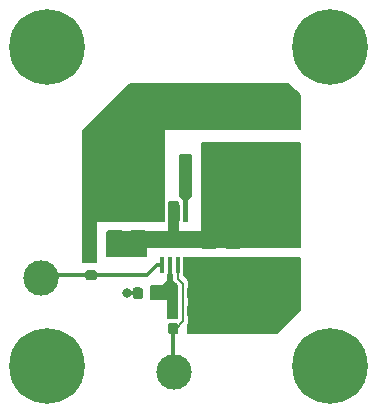
<source format=gbr>
G04 #@! TF.GenerationSoftware,KiCad,Pcbnew,5.0.1*
G04 #@! TF.CreationDate,2019-02-25T23:01:50+01:00*
G04 #@! TF.ProjectId,MCP1642 Eval Board,4D435031363432204576616C20426F61,rev?*
G04 #@! TF.SameCoordinates,Original*
G04 #@! TF.FileFunction,Copper,L1,Top,Signal*
G04 #@! TF.FilePolarity,Positive*
%FSLAX46Y46*%
G04 Gerber Fmt 4.6, Leading zero omitted, Abs format (unit mm)*
G04 Created by KiCad (PCBNEW 5.0.1) date Mon 25 Feb 2019 11:01:50 PM CET*
%MOMM*%
%LPD*%
G01*
G04 APERTURE LIST*
G04 #@! TA.AperFunction,ComponentPad*
%ADD10C,6.400000*%
G04 #@! TD*
G04 #@! TA.AperFunction,ComponentPad*
%ADD11C,3.000000*%
G04 #@! TD*
G04 #@! TA.AperFunction,Conductor*
%ADD12C,0.100000*%
G04 #@! TD*
G04 #@! TA.AperFunction,SMDPad,CuDef*
%ADD13C,0.875000*%
G04 #@! TD*
G04 #@! TA.AperFunction,SMDPad,CuDef*
%ADD14C,0.975000*%
G04 #@! TD*
G04 #@! TA.AperFunction,SMDPad,CuDef*
%ADD15R,1.000000X3.200000*%
G04 #@! TD*
G04 #@! TA.AperFunction,SMDPad,CuDef*
%ADD16R,0.450000X1.450000*%
G04 #@! TD*
G04 #@! TA.AperFunction,ViaPad*
%ADD17C,0.800000*%
G04 #@! TD*
G04 #@! TA.AperFunction,Conductor*
%ADD18C,0.300000*%
G04 #@! TD*
G04 #@! TA.AperFunction,Conductor*
%ADD19C,0.200000*%
G04 #@! TD*
G04 APERTURE END LIST*
D10*
G04 #@! TO.P,H1,1*
G04 #@! TO.N,GND*
X153500000Y-77500000D03*
G04 #@! TD*
G04 #@! TO.P,H2,1*
G04 #@! TO.N,GND*
X153500000Y-104500000D03*
G04 #@! TD*
G04 #@! TO.P,H3,1*
G04 #@! TO.N,GND*
X129500000Y-104500000D03*
G04 #@! TD*
G04 #@! TO.P,H4,1*
G04 #@! TO.N,GND*
X129500000Y-77500000D03*
G04 #@! TD*
D11*
G04 #@! TO.P,J6,1*
G04 #@! TO.N,/PG*
X140250000Y-105000000D03*
G04 #@! TD*
G04 #@! TO.P,J5,1*
G04 #@! TO.N,GND*
X149000000Y-87500000D03*
G04 #@! TD*
G04 #@! TO.P,J4,1*
G04 #@! TO.N,/VOUT*
X149000000Y-97500000D03*
G04 #@! TD*
G04 #@! TO.P,J3,1*
G04 #@! TO.N,/EN*
X129000000Y-97000000D03*
G04 #@! TD*
G04 #@! TO.P,J2,1*
G04 #@! TO.N,GND*
X149000000Y-92500000D03*
G04 #@! TD*
G04 #@! TO.P,J1,1*
G04 #@! TO.N,/VIN*
X149000000Y-82500000D03*
G04 #@! TD*
D12*
G04 #@! TO.N,/VOUT*
G04 #@! TO.C,R2*
G36*
X142027691Y-97826053D02*
X142048926Y-97829203D01*
X142069750Y-97834419D01*
X142089962Y-97841651D01*
X142109368Y-97850830D01*
X142127781Y-97861866D01*
X142145024Y-97874654D01*
X142160930Y-97889070D01*
X142175346Y-97904976D01*
X142188134Y-97922219D01*
X142199170Y-97940632D01*
X142208349Y-97960038D01*
X142215581Y-97980250D01*
X142220797Y-98001074D01*
X142223947Y-98022309D01*
X142225000Y-98043750D01*
X142225000Y-98556250D01*
X142223947Y-98577691D01*
X142220797Y-98598926D01*
X142215581Y-98619750D01*
X142208349Y-98639962D01*
X142199170Y-98659368D01*
X142188134Y-98677781D01*
X142175346Y-98695024D01*
X142160930Y-98710930D01*
X142145024Y-98725346D01*
X142127781Y-98738134D01*
X142109368Y-98749170D01*
X142089962Y-98758349D01*
X142069750Y-98765581D01*
X142048926Y-98770797D01*
X142027691Y-98773947D01*
X142006250Y-98775000D01*
X141568750Y-98775000D01*
X141547309Y-98773947D01*
X141526074Y-98770797D01*
X141505250Y-98765581D01*
X141485038Y-98758349D01*
X141465632Y-98749170D01*
X141447219Y-98738134D01*
X141429976Y-98725346D01*
X141414070Y-98710930D01*
X141399654Y-98695024D01*
X141386866Y-98677781D01*
X141375830Y-98659368D01*
X141366651Y-98639962D01*
X141359419Y-98619750D01*
X141354203Y-98598926D01*
X141351053Y-98577691D01*
X141350000Y-98556250D01*
X141350000Y-98043750D01*
X141351053Y-98022309D01*
X141354203Y-98001074D01*
X141359419Y-97980250D01*
X141366651Y-97960038D01*
X141375830Y-97940632D01*
X141386866Y-97922219D01*
X141399654Y-97904976D01*
X141414070Y-97889070D01*
X141429976Y-97874654D01*
X141447219Y-97861866D01*
X141465632Y-97850830D01*
X141485038Y-97841651D01*
X141505250Y-97834419D01*
X141526074Y-97829203D01*
X141547309Y-97826053D01*
X141568750Y-97825000D01*
X142006250Y-97825000D01*
X142027691Y-97826053D01*
X142027691Y-97826053D01*
G37*
D13*
G04 #@! TD*
G04 #@! TO.P,R2,1*
G04 #@! TO.N,/VOUT*
X141787500Y-98300000D03*
D12*
G04 #@! TO.N,Net-(C3-Pad2)*
G04 #@! TO.C,R2*
G36*
X140452691Y-97826053D02*
X140473926Y-97829203D01*
X140494750Y-97834419D01*
X140514962Y-97841651D01*
X140534368Y-97850830D01*
X140552781Y-97861866D01*
X140570024Y-97874654D01*
X140585930Y-97889070D01*
X140600346Y-97904976D01*
X140613134Y-97922219D01*
X140624170Y-97940632D01*
X140633349Y-97960038D01*
X140640581Y-97980250D01*
X140645797Y-98001074D01*
X140648947Y-98022309D01*
X140650000Y-98043750D01*
X140650000Y-98556250D01*
X140648947Y-98577691D01*
X140645797Y-98598926D01*
X140640581Y-98619750D01*
X140633349Y-98639962D01*
X140624170Y-98659368D01*
X140613134Y-98677781D01*
X140600346Y-98695024D01*
X140585930Y-98710930D01*
X140570024Y-98725346D01*
X140552781Y-98738134D01*
X140534368Y-98749170D01*
X140514962Y-98758349D01*
X140494750Y-98765581D01*
X140473926Y-98770797D01*
X140452691Y-98773947D01*
X140431250Y-98775000D01*
X139993750Y-98775000D01*
X139972309Y-98773947D01*
X139951074Y-98770797D01*
X139930250Y-98765581D01*
X139910038Y-98758349D01*
X139890632Y-98749170D01*
X139872219Y-98738134D01*
X139854976Y-98725346D01*
X139839070Y-98710930D01*
X139824654Y-98695024D01*
X139811866Y-98677781D01*
X139800830Y-98659368D01*
X139791651Y-98639962D01*
X139784419Y-98619750D01*
X139779203Y-98598926D01*
X139776053Y-98577691D01*
X139775000Y-98556250D01*
X139775000Y-98043750D01*
X139776053Y-98022309D01*
X139779203Y-98001074D01*
X139784419Y-97980250D01*
X139791651Y-97960038D01*
X139800830Y-97940632D01*
X139811866Y-97922219D01*
X139824654Y-97904976D01*
X139839070Y-97889070D01*
X139854976Y-97874654D01*
X139872219Y-97861866D01*
X139890632Y-97850830D01*
X139910038Y-97841651D01*
X139930250Y-97834419D01*
X139951074Y-97829203D01*
X139972309Y-97826053D01*
X139993750Y-97825000D01*
X140431250Y-97825000D01*
X140452691Y-97826053D01*
X140452691Y-97826053D01*
G37*
D13*
G04 #@! TD*
G04 #@! TO.P,R2,2*
G04 #@! TO.N,Net-(C3-Pad2)*
X140212500Y-98300000D03*
D12*
G04 #@! TO.N,GND*
G04 #@! TO.C,C1*
G36*
X135730142Y-92951174D02*
X135753803Y-92954684D01*
X135777007Y-92960496D01*
X135799529Y-92968554D01*
X135821153Y-92978782D01*
X135841670Y-92991079D01*
X135860883Y-93005329D01*
X135878607Y-93021393D01*
X135894671Y-93039117D01*
X135908921Y-93058330D01*
X135921218Y-93078847D01*
X135931446Y-93100471D01*
X135939504Y-93122993D01*
X135945316Y-93146197D01*
X135948826Y-93169858D01*
X135950000Y-93193750D01*
X135950000Y-93681250D01*
X135948826Y-93705142D01*
X135945316Y-93728803D01*
X135939504Y-93752007D01*
X135931446Y-93774529D01*
X135921218Y-93796153D01*
X135908921Y-93816670D01*
X135894671Y-93835883D01*
X135878607Y-93853607D01*
X135860883Y-93869671D01*
X135841670Y-93883921D01*
X135821153Y-93896218D01*
X135799529Y-93906446D01*
X135777007Y-93914504D01*
X135753803Y-93920316D01*
X135730142Y-93923826D01*
X135706250Y-93925000D01*
X134793750Y-93925000D01*
X134769858Y-93923826D01*
X134746197Y-93920316D01*
X134722993Y-93914504D01*
X134700471Y-93906446D01*
X134678847Y-93896218D01*
X134658330Y-93883921D01*
X134639117Y-93869671D01*
X134621393Y-93853607D01*
X134605329Y-93835883D01*
X134591079Y-93816670D01*
X134578782Y-93796153D01*
X134568554Y-93774529D01*
X134560496Y-93752007D01*
X134554684Y-93728803D01*
X134551174Y-93705142D01*
X134550000Y-93681250D01*
X134550000Y-93193750D01*
X134551174Y-93169858D01*
X134554684Y-93146197D01*
X134560496Y-93122993D01*
X134568554Y-93100471D01*
X134578782Y-93078847D01*
X134591079Y-93058330D01*
X134605329Y-93039117D01*
X134621393Y-93021393D01*
X134639117Y-93005329D01*
X134658330Y-92991079D01*
X134678847Y-92978782D01*
X134700471Y-92968554D01*
X134722993Y-92960496D01*
X134746197Y-92954684D01*
X134769858Y-92951174D01*
X134793750Y-92950000D01*
X135706250Y-92950000D01*
X135730142Y-92951174D01*
X135730142Y-92951174D01*
G37*
D14*
G04 #@! TD*
G04 #@! TO.P,C1,2*
G04 #@! TO.N,GND*
X135250000Y-93437500D03*
D12*
G04 #@! TO.N,/VIN*
G04 #@! TO.C,C1*
G36*
X135730142Y-91076174D02*
X135753803Y-91079684D01*
X135777007Y-91085496D01*
X135799529Y-91093554D01*
X135821153Y-91103782D01*
X135841670Y-91116079D01*
X135860883Y-91130329D01*
X135878607Y-91146393D01*
X135894671Y-91164117D01*
X135908921Y-91183330D01*
X135921218Y-91203847D01*
X135931446Y-91225471D01*
X135939504Y-91247993D01*
X135945316Y-91271197D01*
X135948826Y-91294858D01*
X135950000Y-91318750D01*
X135950000Y-91806250D01*
X135948826Y-91830142D01*
X135945316Y-91853803D01*
X135939504Y-91877007D01*
X135931446Y-91899529D01*
X135921218Y-91921153D01*
X135908921Y-91941670D01*
X135894671Y-91960883D01*
X135878607Y-91978607D01*
X135860883Y-91994671D01*
X135841670Y-92008921D01*
X135821153Y-92021218D01*
X135799529Y-92031446D01*
X135777007Y-92039504D01*
X135753803Y-92045316D01*
X135730142Y-92048826D01*
X135706250Y-92050000D01*
X134793750Y-92050000D01*
X134769858Y-92048826D01*
X134746197Y-92045316D01*
X134722993Y-92039504D01*
X134700471Y-92031446D01*
X134678847Y-92021218D01*
X134658330Y-92008921D01*
X134639117Y-91994671D01*
X134621393Y-91978607D01*
X134605329Y-91960883D01*
X134591079Y-91941670D01*
X134578782Y-91921153D01*
X134568554Y-91899529D01*
X134560496Y-91877007D01*
X134554684Y-91853803D01*
X134551174Y-91830142D01*
X134550000Y-91806250D01*
X134550000Y-91318750D01*
X134551174Y-91294858D01*
X134554684Y-91271197D01*
X134560496Y-91247993D01*
X134568554Y-91225471D01*
X134578782Y-91203847D01*
X134591079Y-91183330D01*
X134605329Y-91164117D01*
X134621393Y-91146393D01*
X134639117Y-91130329D01*
X134658330Y-91116079D01*
X134678847Y-91103782D01*
X134700471Y-91093554D01*
X134722993Y-91085496D01*
X134746197Y-91079684D01*
X134769858Y-91076174D01*
X134793750Y-91075000D01*
X135706250Y-91075000D01*
X135730142Y-91076174D01*
X135730142Y-91076174D01*
G37*
D14*
G04 #@! TD*
G04 #@! TO.P,C1,1*
G04 #@! TO.N,/VIN*
X135250000Y-91562500D03*
D12*
G04 #@! TO.N,/VIN*
G04 #@! TO.C,C2*
G36*
X137730142Y-91076174D02*
X137753803Y-91079684D01*
X137777007Y-91085496D01*
X137799529Y-91093554D01*
X137821153Y-91103782D01*
X137841670Y-91116079D01*
X137860883Y-91130329D01*
X137878607Y-91146393D01*
X137894671Y-91164117D01*
X137908921Y-91183330D01*
X137921218Y-91203847D01*
X137931446Y-91225471D01*
X137939504Y-91247993D01*
X137945316Y-91271197D01*
X137948826Y-91294858D01*
X137950000Y-91318750D01*
X137950000Y-91806250D01*
X137948826Y-91830142D01*
X137945316Y-91853803D01*
X137939504Y-91877007D01*
X137931446Y-91899529D01*
X137921218Y-91921153D01*
X137908921Y-91941670D01*
X137894671Y-91960883D01*
X137878607Y-91978607D01*
X137860883Y-91994671D01*
X137841670Y-92008921D01*
X137821153Y-92021218D01*
X137799529Y-92031446D01*
X137777007Y-92039504D01*
X137753803Y-92045316D01*
X137730142Y-92048826D01*
X137706250Y-92050000D01*
X136793750Y-92050000D01*
X136769858Y-92048826D01*
X136746197Y-92045316D01*
X136722993Y-92039504D01*
X136700471Y-92031446D01*
X136678847Y-92021218D01*
X136658330Y-92008921D01*
X136639117Y-91994671D01*
X136621393Y-91978607D01*
X136605329Y-91960883D01*
X136591079Y-91941670D01*
X136578782Y-91921153D01*
X136568554Y-91899529D01*
X136560496Y-91877007D01*
X136554684Y-91853803D01*
X136551174Y-91830142D01*
X136550000Y-91806250D01*
X136550000Y-91318750D01*
X136551174Y-91294858D01*
X136554684Y-91271197D01*
X136560496Y-91247993D01*
X136568554Y-91225471D01*
X136578782Y-91203847D01*
X136591079Y-91183330D01*
X136605329Y-91164117D01*
X136621393Y-91146393D01*
X136639117Y-91130329D01*
X136658330Y-91116079D01*
X136678847Y-91103782D01*
X136700471Y-91093554D01*
X136722993Y-91085496D01*
X136746197Y-91079684D01*
X136769858Y-91076174D01*
X136793750Y-91075000D01*
X137706250Y-91075000D01*
X137730142Y-91076174D01*
X137730142Y-91076174D01*
G37*
D14*
G04 #@! TD*
G04 #@! TO.P,C2,1*
G04 #@! TO.N,/VIN*
X137250000Y-91562500D03*
D12*
G04 #@! TO.N,GND*
G04 #@! TO.C,C2*
G36*
X137730142Y-92951174D02*
X137753803Y-92954684D01*
X137777007Y-92960496D01*
X137799529Y-92968554D01*
X137821153Y-92978782D01*
X137841670Y-92991079D01*
X137860883Y-93005329D01*
X137878607Y-93021393D01*
X137894671Y-93039117D01*
X137908921Y-93058330D01*
X137921218Y-93078847D01*
X137931446Y-93100471D01*
X137939504Y-93122993D01*
X137945316Y-93146197D01*
X137948826Y-93169858D01*
X137950000Y-93193750D01*
X137950000Y-93681250D01*
X137948826Y-93705142D01*
X137945316Y-93728803D01*
X137939504Y-93752007D01*
X137931446Y-93774529D01*
X137921218Y-93796153D01*
X137908921Y-93816670D01*
X137894671Y-93835883D01*
X137878607Y-93853607D01*
X137860883Y-93869671D01*
X137841670Y-93883921D01*
X137821153Y-93896218D01*
X137799529Y-93906446D01*
X137777007Y-93914504D01*
X137753803Y-93920316D01*
X137730142Y-93923826D01*
X137706250Y-93925000D01*
X136793750Y-93925000D01*
X136769858Y-93923826D01*
X136746197Y-93920316D01*
X136722993Y-93914504D01*
X136700471Y-93906446D01*
X136678847Y-93896218D01*
X136658330Y-93883921D01*
X136639117Y-93869671D01*
X136621393Y-93853607D01*
X136605329Y-93835883D01*
X136591079Y-93816670D01*
X136578782Y-93796153D01*
X136568554Y-93774529D01*
X136560496Y-93752007D01*
X136554684Y-93728803D01*
X136551174Y-93705142D01*
X136550000Y-93681250D01*
X136550000Y-93193750D01*
X136551174Y-93169858D01*
X136554684Y-93146197D01*
X136560496Y-93122993D01*
X136568554Y-93100471D01*
X136578782Y-93078847D01*
X136591079Y-93058330D01*
X136605329Y-93039117D01*
X136621393Y-93021393D01*
X136639117Y-93005329D01*
X136658330Y-92991079D01*
X136678847Y-92978782D01*
X136700471Y-92968554D01*
X136722993Y-92960496D01*
X136746197Y-92954684D01*
X136769858Y-92951174D01*
X136793750Y-92950000D01*
X137706250Y-92950000D01*
X137730142Y-92951174D01*
X137730142Y-92951174D01*
G37*
D14*
G04 #@! TD*
G04 #@! TO.P,C2,2*
G04 #@! TO.N,GND*
X137250000Y-93437500D03*
D12*
G04 #@! TO.N,GND*
G04 #@! TO.C,C4*
G36*
X143730142Y-93576174D02*
X143753803Y-93579684D01*
X143777007Y-93585496D01*
X143799529Y-93593554D01*
X143821153Y-93603782D01*
X143841670Y-93616079D01*
X143860883Y-93630329D01*
X143878607Y-93646393D01*
X143894671Y-93664117D01*
X143908921Y-93683330D01*
X143921218Y-93703847D01*
X143931446Y-93725471D01*
X143939504Y-93747993D01*
X143945316Y-93771197D01*
X143948826Y-93794858D01*
X143950000Y-93818750D01*
X143950000Y-94306250D01*
X143948826Y-94330142D01*
X143945316Y-94353803D01*
X143939504Y-94377007D01*
X143931446Y-94399529D01*
X143921218Y-94421153D01*
X143908921Y-94441670D01*
X143894671Y-94460883D01*
X143878607Y-94478607D01*
X143860883Y-94494671D01*
X143841670Y-94508921D01*
X143821153Y-94521218D01*
X143799529Y-94531446D01*
X143777007Y-94539504D01*
X143753803Y-94545316D01*
X143730142Y-94548826D01*
X143706250Y-94550000D01*
X142793750Y-94550000D01*
X142769858Y-94548826D01*
X142746197Y-94545316D01*
X142722993Y-94539504D01*
X142700471Y-94531446D01*
X142678847Y-94521218D01*
X142658330Y-94508921D01*
X142639117Y-94494671D01*
X142621393Y-94478607D01*
X142605329Y-94460883D01*
X142591079Y-94441670D01*
X142578782Y-94421153D01*
X142568554Y-94399529D01*
X142560496Y-94377007D01*
X142554684Y-94353803D01*
X142551174Y-94330142D01*
X142550000Y-94306250D01*
X142550000Y-93818750D01*
X142551174Y-93794858D01*
X142554684Y-93771197D01*
X142560496Y-93747993D01*
X142568554Y-93725471D01*
X142578782Y-93703847D01*
X142591079Y-93683330D01*
X142605329Y-93664117D01*
X142621393Y-93646393D01*
X142639117Y-93630329D01*
X142658330Y-93616079D01*
X142678847Y-93603782D01*
X142700471Y-93593554D01*
X142722993Y-93585496D01*
X142746197Y-93579684D01*
X142769858Y-93576174D01*
X142793750Y-93575000D01*
X143706250Y-93575000D01*
X143730142Y-93576174D01*
X143730142Y-93576174D01*
G37*
D14*
G04 #@! TD*
G04 #@! TO.P,C4,2*
G04 #@! TO.N,GND*
X143250000Y-94062500D03*
D12*
G04 #@! TO.N,/VOUT*
G04 #@! TO.C,C4*
G36*
X143730142Y-95451174D02*
X143753803Y-95454684D01*
X143777007Y-95460496D01*
X143799529Y-95468554D01*
X143821153Y-95478782D01*
X143841670Y-95491079D01*
X143860883Y-95505329D01*
X143878607Y-95521393D01*
X143894671Y-95539117D01*
X143908921Y-95558330D01*
X143921218Y-95578847D01*
X143931446Y-95600471D01*
X143939504Y-95622993D01*
X143945316Y-95646197D01*
X143948826Y-95669858D01*
X143950000Y-95693750D01*
X143950000Y-96181250D01*
X143948826Y-96205142D01*
X143945316Y-96228803D01*
X143939504Y-96252007D01*
X143931446Y-96274529D01*
X143921218Y-96296153D01*
X143908921Y-96316670D01*
X143894671Y-96335883D01*
X143878607Y-96353607D01*
X143860883Y-96369671D01*
X143841670Y-96383921D01*
X143821153Y-96396218D01*
X143799529Y-96406446D01*
X143777007Y-96414504D01*
X143753803Y-96420316D01*
X143730142Y-96423826D01*
X143706250Y-96425000D01*
X142793750Y-96425000D01*
X142769858Y-96423826D01*
X142746197Y-96420316D01*
X142722993Y-96414504D01*
X142700471Y-96406446D01*
X142678847Y-96396218D01*
X142658330Y-96383921D01*
X142639117Y-96369671D01*
X142621393Y-96353607D01*
X142605329Y-96335883D01*
X142591079Y-96316670D01*
X142578782Y-96296153D01*
X142568554Y-96274529D01*
X142560496Y-96252007D01*
X142554684Y-96228803D01*
X142551174Y-96205142D01*
X142550000Y-96181250D01*
X142550000Y-95693750D01*
X142551174Y-95669858D01*
X142554684Y-95646197D01*
X142560496Y-95622993D01*
X142568554Y-95600471D01*
X142578782Y-95578847D01*
X142591079Y-95558330D01*
X142605329Y-95539117D01*
X142621393Y-95521393D01*
X142639117Y-95505329D01*
X142658330Y-95491079D01*
X142678847Y-95478782D01*
X142700471Y-95468554D01*
X142722993Y-95460496D01*
X142746197Y-95454684D01*
X142769858Y-95451174D01*
X142793750Y-95450000D01*
X143706250Y-95450000D01*
X143730142Y-95451174D01*
X143730142Y-95451174D01*
G37*
D14*
G04 #@! TD*
G04 #@! TO.P,C4,1*
G04 #@! TO.N,/VOUT*
X143250000Y-95937500D03*
D12*
G04 #@! TO.N,/VOUT*
G04 #@! TO.C,C5*
G36*
X145730142Y-95451174D02*
X145753803Y-95454684D01*
X145777007Y-95460496D01*
X145799529Y-95468554D01*
X145821153Y-95478782D01*
X145841670Y-95491079D01*
X145860883Y-95505329D01*
X145878607Y-95521393D01*
X145894671Y-95539117D01*
X145908921Y-95558330D01*
X145921218Y-95578847D01*
X145931446Y-95600471D01*
X145939504Y-95622993D01*
X145945316Y-95646197D01*
X145948826Y-95669858D01*
X145950000Y-95693750D01*
X145950000Y-96181250D01*
X145948826Y-96205142D01*
X145945316Y-96228803D01*
X145939504Y-96252007D01*
X145931446Y-96274529D01*
X145921218Y-96296153D01*
X145908921Y-96316670D01*
X145894671Y-96335883D01*
X145878607Y-96353607D01*
X145860883Y-96369671D01*
X145841670Y-96383921D01*
X145821153Y-96396218D01*
X145799529Y-96406446D01*
X145777007Y-96414504D01*
X145753803Y-96420316D01*
X145730142Y-96423826D01*
X145706250Y-96425000D01*
X144793750Y-96425000D01*
X144769858Y-96423826D01*
X144746197Y-96420316D01*
X144722993Y-96414504D01*
X144700471Y-96406446D01*
X144678847Y-96396218D01*
X144658330Y-96383921D01*
X144639117Y-96369671D01*
X144621393Y-96353607D01*
X144605329Y-96335883D01*
X144591079Y-96316670D01*
X144578782Y-96296153D01*
X144568554Y-96274529D01*
X144560496Y-96252007D01*
X144554684Y-96228803D01*
X144551174Y-96205142D01*
X144550000Y-96181250D01*
X144550000Y-95693750D01*
X144551174Y-95669858D01*
X144554684Y-95646197D01*
X144560496Y-95622993D01*
X144568554Y-95600471D01*
X144578782Y-95578847D01*
X144591079Y-95558330D01*
X144605329Y-95539117D01*
X144621393Y-95521393D01*
X144639117Y-95505329D01*
X144658330Y-95491079D01*
X144678847Y-95478782D01*
X144700471Y-95468554D01*
X144722993Y-95460496D01*
X144746197Y-95454684D01*
X144769858Y-95451174D01*
X144793750Y-95450000D01*
X145706250Y-95450000D01*
X145730142Y-95451174D01*
X145730142Y-95451174D01*
G37*
D14*
G04 #@! TD*
G04 #@! TO.P,C5,1*
G04 #@! TO.N,/VOUT*
X145250000Y-95937500D03*
D12*
G04 #@! TO.N,GND*
G04 #@! TO.C,C5*
G36*
X145730142Y-93576174D02*
X145753803Y-93579684D01*
X145777007Y-93585496D01*
X145799529Y-93593554D01*
X145821153Y-93603782D01*
X145841670Y-93616079D01*
X145860883Y-93630329D01*
X145878607Y-93646393D01*
X145894671Y-93664117D01*
X145908921Y-93683330D01*
X145921218Y-93703847D01*
X145931446Y-93725471D01*
X145939504Y-93747993D01*
X145945316Y-93771197D01*
X145948826Y-93794858D01*
X145950000Y-93818750D01*
X145950000Y-94306250D01*
X145948826Y-94330142D01*
X145945316Y-94353803D01*
X145939504Y-94377007D01*
X145931446Y-94399529D01*
X145921218Y-94421153D01*
X145908921Y-94441670D01*
X145894671Y-94460883D01*
X145878607Y-94478607D01*
X145860883Y-94494671D01*
X145841670Y-94508921D01*
X145821153Y-94521218D01*
X145799529Y-94531446D01*
X145777007Y-94539504D01*
X145753803Y-94545316D01*
X145730142Y-94548826D01*
X145706250Y-94550000D01*
X144793750Y-94550000D01*
X144769858Y-94548826D01*
X144746197Y-94545316D01*
X144722993Y-94539504D01*
X144700471Y-94531446D01*
X144678847Y-94521218D01*
X144658330Y-94508921D01*
X144639117Y-94494671D01*
X144621393Y-94478607D01*
X144605329Y-94460883D01*
X144591079Y-94441670D01*
X144578782Y-94421153D01*
X144568554Y-94399529D01*
X144560496Y-94377007D01*
X144554684Y-94353803D01*
X144551174Y-94330142D01*
X144550000Y-94306250D01*
X144550000Y-93818750D01*
X144551174Y-93794858D01*
X144554684Y-93771197D01*
X144560496Y-93747993D01*
X144568554Y-93725471D01*
X144578782Y-93703847D01*
X144591079Y-93683330D01*
X144605329Y-93664117D01*
X144621393Y-93646393D01*
X144639117Y-93630329D01*
X144658330Y-93616079D01*
X144678847Y-93603782D01*
X144700471Y-93593554D01*
X144722993Y-93585496D01*
X144746197Y-93579684D01*
X144769858Y-93576174D01*
X144793750Y-93575000D01*
X145706250Y-93575000D01*
X145730142Y-93576174D01*
X145730142Y-93576174D01*
G37*
D14*
G04 #@! TD*
G04 #@! TO.P,C5,2*
G04 #@! TO.N,GND*
X145250000Y-94062500D03*
D15*
G04 #@! TO.P,L1,2*
G04 #@! TO.N,Net-(L1-Pad2)*
X141200000Y-88200000D03*
G04 #@! TO.P,L1,1*
G04 #@! TO.N,/VIN*
X139000000Y-88200000D03*
G04 #@! TD*
D12*
G04 #@! TO.N,Net-(C3-Pad2)*
G04 #@! TO.C,C3*
G36*
X140452691Y-99326053D02*
X140473926Y-99329203D01*
X140494750Y-99334419D01*
X140514962Y-99341651D01*
X140534368Y-99350830D01*
X140552781Y-99361866D01*
X140570024Y-99374654D01*
X140585930Y-99389070D01*
X140600346Y-99404976D01*
X140613134Y-99422219D01*
X140624170Y-99440632D01*
X140633349Y-99460038D01*
X140640581Y-99480250D01*
X140645797Y-99501074D01*
X140648947Y-99522309D01*
X140650000Y-99543750D01*
X140650000Y-100056250D01*
X140648947Y-100077691D01*
X140645797Y-100098926D01*
X140640581Y-100119750D01*
X140633349Y-100139962D01*
X140624170Y-100159368D01*
X140613134Y-100177781D01*
X140600346Y-100195024D01*
X140585930Y-100210930D01*
X140570024Y-100225346D01*
X140552781Y-100238134D01*
X140534368Y-100249170D01*
X140514962Y-100258349D01*
X140494750Y-100265581D01*
X140473926Y-100270797D01*
X140452691Y-100273947D01*
X140431250Y-100275000D01*
X139993750Y-100275000D01*
X139972309Y-100273947D01*
X139951074Y-100270797D01*
X139930250Y-100265581D01*
X139910038Y-100258349D01*
X139890632Y-100249170D01*
X139872219Y-100238134D01*
X139854976Y-100225346D01*
X139839070Y-100210930D01*
X139824654Y-100195024D01*
X139811866Y-100177781D01*
X139800830Y-100159368D01*
X139791651Y-100139962D01*
X139784419Y-100119750D01*
X139779203Y-100098926D01*
X139776053Y-100077691D01*
X139775000Y-100056250D01*
X139775000Y-99543750D01*
X139776053Y-99522309D01*
X139779203Y-99501074D01*
X139784419Y-99480250D01*
X139791651Y-99460038D01*
X139800830Y-99440632D01*
X139811866Y-99422219D01*
X139824654Y-99404976D01*
X139839070Y-99389070D01*
X139854976Y-99374654D01*
X139872219Y-99361866D01*
X139890632Y-99350830D01*
X139910038Y-99341651D01*
X139930250Y-99334419D01*
X139951074Y-99329203D01*
X139972309Y-99326053D01*
X139993750Y-99325000D01*
X140431250Y-99325000D01*
X140452691Y-99326053D01*
X140452691Y-99326053D01*
G37*
D13*
G04 #@! TD*
G04 #@! TO.P,C3,2*
G04 #@! TO.N,Net-(C3-Pad2)*
X140212500Y-99800000D03*
D12*
G04 #@! TO.N,/VOUT*
G04 #@! TO.C,C3*
G36*
X142027691Y-99326053D02*
X142048926Y-99329203D01*
X142069750Y-99334419D01*
X142089962Y-99341651D01*
X142109368Y-99350830D01*
X142127781Y-99361866D01*
X142145024Y-99374654D01*
X142160930Y-99389070D01*
X142175346Y-99404976D01*
X142188134Y-99422219D01*
X142199170Y-99440632D01*
X142208349Y-99460038D01*
X142215581Y-99480250D01*
X142220797Y-99501074D01*
X142223947Y-99522309D01*
X142225000Y-99543750D01*
X142225000Y-100056250D01*
X142223947Y-100077691D01*
X142220797Y-100098926D01*
X142215581Y-100119750D01*
X142208349Y-100139962D01*
X142199170Y-100159368D01*
X142188134Y-100177781D01*
X142175346Y-100195024D01*
X142160930Y-100210930D01*
X142145024Y-100225346D01*
X142127781Y-100238134D01*
X142109368Y-100249170D01*
X142089962Y-100258349D01*
X142069750Y-100265581D01*
X142048926Y-100270797D01*
X142027691Y-100273947D01*
X142006250Y-100275000D01*
X141568750Y-100275000D01*
X141547309Y-100273947D01*
X141526074Y-100270797D01*
X141505250Y-100265581D01*
X141485038Y-100258349D01*
X141465632Y-100249170D01*
X141447219Y-100238134D01*
X141429976Y-100225346D01*
X141414070Y-100210930D01*
X141399654Y-100195024D01*
X141386866Y-100177781D01*
X141375830Y-100159368D01*
X141366651Y-100139962D01*
X141359419Y-100119750D01*
X141354203Y-100098926D01*
X141351053Y-100077691D01*
X141350000Y-100056250D01*
X141350000Y-99543750D01*
X141351053Y-99522309D01*
X141354203Y-99501074D01*
X141359419Y-99480250D01*
X141366651Y-99460038D01*
X141375830Y-99440632D01*
X141386866Y-99422219D01*
X141399654Y-99404976D01*
X141414070Y-99389070D01*
X141429976Y-99374654D01*
X141447219Y-99361866D01*
X141465632Y-99350830D01*
X141485038Y-99341651D01*
X141505250Y-99334419D01*
X141526074Y-99329203D01*
X141547309Y-99326053D01*
X141568750Y-99325000D01*
X142006250Y-99325000D01*
X142027691Y-99326053D01*
X142027691Y-99326053D01*
G37*
D13*
G04 #@! TD*
G04 #@! TO.P,C3,1*
G04 #@! TO.N,/VOUT*
X141787500Y-99800000D03*
D16*
G04 #@! TO.P,U1,1*
G04 #@! TO.N,/EN*
X139275000Y-95950000D03*
G04 #@! TO.P,U1,2*
G04 #@! TO.N,Net-(C3-Pad2)*
X139925000Y-95950000D03*
G04 #@! TO.P,U1,3*
G04 #@! TO.N,/PG*
X140575000Y-95950000D03*
G04 #@! TO.P,U1,4*
G04 #@! TO.N,/VOUT*
X141225000Y-95950000D03*
G04 #@! TO.P,U1,5*
G04 #@! TO.N,Net-(L1-Pad2)*
X141225000Y-91550000D03*
G04 #@! TO.P,U1,6*
G04 #@! TO.N,GND*
X140575000Y-91550000D03*
G04 #@! TO.P,U1,7*
X139925000Y-91550000D03*
G04 #@! TO.P,U1,8*
G04 #@! TO.N,/VIN*
X139275000Y-91550000D03*
G04 #@! TD*
D12*
G04 #@! TO.N,/PG*
G04 #@! TO.C,R4*
G36*
X140452691Y-100826053D02*
X140473926Y-100829203D01*
X140494750Y-100834419D01*
X140514962Y-100841651D01*
X140534368Y-100850830D01*
X140552781Y-100861866D01*
X140570024Y-100874654D01*
X140585930Y-100889070D01*
X140600346Y-100904976D01*
X140613134Y-100922219D01*
X140624170Y-100940632D01*
X140633349Y-100960038D01*
X140640581Y-100980250D01*
X140645797Y-101001074D01*
X140648947Y-101022309D01*
X140650000Y-101043750D01*
X140650000Y-101556250D01*
X140648947Y-101577691D01*
X140645797Y-101598926D01*
X140640581Y-101619750D01*
X140633349Y-101639962D01*
X140624170Y-101659368D01*
X140613134Y-101677781D01*
X140600346Y-101695024D01*
X140585930Y-101710930D01*
X140570024Y-101725346D01*
X140552781Y-101738134D01*
X140534368Y-101749170D01*
X140514962Y-101758349D01*
X140494750Y-101765581D01*
X140473926Y-101770797D01*
X140452691Y-101773947D01*
X140431250Y-101775000D01*
X139993750Y-101775000D01*
X139972309Y-101773947D01*
X139951074Y-101770797D01*
X139930250Y-101765581D01*
X139910038Y-101758349D01*
X139890632Y-101749170D01*
X139872219Y-101738134D01*
X139854976Y-101725346D01*
X139839070Y-101710930D01*
X139824654Y-101695024D01*
X139811866Y-101677781D01*
X139800830Y-101659368D01*
X139791651Y-101639962D01*
X139784419Y-101619750D01*
X139779203Y-101598926D01*
X139776053Y-101577691D01*
X139775000Y-101556250D01*
X139775000Y-101043750D01*
X139776053Y-101022309D01*
X139779203Y-101001074D01*
X139784419Y-100980250D01*
X139791651Y-100960038D01*
X139800830Y-100940632D01*
X139811866Y-100922219D01*
X139824654Y-100904976D01*
X139839070Y-100889070D01*
X139854976Y-100874654D01*
X139872219Y-100861866D01*
X139890632Y-100850830D01*
X139910038Y-100841651D01*
X139930250Y-100834419D01*
X139951074Y-100829203D01*
X139972309Y-100826053D01*
X139993750Y-100825000D01*
X140431250Y-100825000D01*
X140452691Y-100826053D01*
X140452691Y-100826053D01*
G37*
D13*
G04 #@! TD*
G04 #@! TO.P,R4,2*
G04 #@! TO.N,/PG*
X140212500Y-101300000D03*
D12*
G04 #@! TO.N,/VOUT*
G04 #@! TO.C,R4*
G36*
X142027691Y-100826053D02*
X142048926Y-100829203D01*
X142069750Y-100834419D01*
X142089962Y-100841651D01*
X142109368Y-100850830D01*
X142127781Y-100861866D01*
X142145024Y-100874654D01*
X142160930Y-100889070D01*
X142175346Y-100904976D01*
X142188134Y-100922219D01*
X142199170Y-100940632D01*
X142208349Y-100960038D01*
X142215581Y-100980250D01*
X142220797Y-101001074D01*
X142223947Y-101022309D01*
X142225000Y-101043750D01*
X142225000Y-101556250D01*
X142223947Y-101577691D01*
X142220797Y-101598926D01*
X142215581Y-101619750D01*
X142208349Y-101639962D01*
X142199170Y-101659368D01*
X142188134Y-101677781D01*
X142175346Y-101695024D01*
X142160930Y-101710930D01*
X142145024Y-101725346D01*
X142127781Y-101738134D01*
X142109368Y-101749170D01*
X142089962Y-101758349D01*
X142069750Y-101765581D01*
X142048926Y-101770797D01*
X142027691Y-101773947D01*
X142006250Y-101775000D01*
X141568750Y-101775000D01*
X141547309Y-101773947D01*
X141526074Y-101770797D01*
X141505250Y-101765581D01*
X141485038Y-101758349D01*
X141465632Y-101749170D01*
X141447219Y-101738134D01*
X141429976Y-101725346D01*
X141414070Y-101710930D01*
X141399654Y-101695024D01*
X141386866Y-101677781D01*
X141375830Y-101659368D01*
X141366651Y-101639962D01*
X141359419Y-101619750D01*
X141354203Y-101598926D01*
X141351053Y-101577691D01*
X141350000Y-101556250D01*
X141350000Y-101043750D01*
X141351053Y-101022309D01*
X141354203Y-101001074D01*
X141359419Y-100980250D01*
X141366651Y-100960038D01*
X141375830Y-100940632D01*
X141386866Y-100922219D01*
X141399654Y-100904976D01*
X141414070Y-100889070D01*
X141429976Y-100874654D01*
X141447219Y-100861866D01*
X141465632Y-100850830D01*
X141485038Y-100841651D01*
X141505250Y-100834419D01*
X141526074Y-100829203D01*
X141547309Y-100826053D01*
X141568750Y-100825000D01*
X142006250Y-100825000D01*
X142027691Y-100826053D01*
X142027691Y-100826053D01*
G37*
D13*
G04 #@! TD*
G04 #@! TO.P,R4,1*
G04 #@! TO.N,/VOUT*
X141787500Y-101300000D03*
D12*
G04 #@! TO.N,Net-(C3-Pad2)*
G04 #@! TO.C,R3*
G36*
X139027691Y-97826053D02*
X139048926Y-97829203D01*
X139069750Y-97834419D01*
X139089962Y-97841651D01*
X139109368Y-97850830D01*
X139127781Y-97861866D01*
X139145024Y-97874654D01*
X139160930Y-97889070D01*
X139175346Y-97904976D01*
X139188134Y-97922219D01*
X139199170Y-97940632D01*
X139208349Y-97960038D01*
X139215581Y-97980250D01*
X139220797Y-98001074D01*
X139223947Y-98022309D01*
X139225000Y-98043750D01*
X139225000Y-98556250D01*
X139223947Y-98577691D01*
X139220797Y-98598926D01*
X139215581Y-98619750D01*
X139208349Y-98639962D01*
X139199170Y-98659368D01*
X139188134Y-98677781D01*
X139175346Y-98695024D01*
X139160930Y-98710930D01*
X139145024Y-98725346D01*
X139127781Y-98738134D01*
X139109368Y-98749170D01*
X139089962Y-98758349D01*
X139069750Y-98765581D01*
X139048926Y-98770797D01*
X139027691Y-98773947D01*
X139006250Y-98775000D01*
X138568750Y-98775000D01*
X138547309Y-98773947D01*
X138526074Y-98770797D01*
X138505250Y-98765581D01*
X138485038Y-98758349D01*
X138465632Y-98749170D01*
X138447219Y-98738134D01*
X138429976Y-98725346D01*
X138414070Y-98710930D01*
X138399654Y-98695024D01*
X138386866Y-98677781D01*
X138375830Y-98659368D01*
X138366651Y-98639962D01*
X138359419Y-98619750D01*
X138354203Y-98598926D01*
X138351053Y-98577691D01*
X138350000Y-98556250D01*
X138350000Y-98043750D01*
X138351053Y-98022309D01*
X138354203Y-98001074D01*
X138359419Y-97980250D01*
X138366651Y-97960038D01*
X138375830Y-97940632D01*
X138386866Y-97922219D01*
X138399654Y-97904976D01*
X138414070Y-97889070D01*
X138429976Y-97874654D01*
X138447219Y-97861866D01*
X138465632Y-97850830D01*
X138485038Y-97841651D01*
X138505250Y-97834419D01*
X138526074Y-97829203D01*
X138547309Y-97826053D01*
X138568750Y-97825000D01*
X139006250Y-97825000D01*
X139027691Y-97826053D01*
X139027691Y-97826053D01*
G37*
D13*
G04 #@! TD*
G04 #@! TO.P,R3,1*
G04 #@! TO.N,Net-(C3-Pad2)*
X138787500Y-98300000D03*
D12*
G04 #@! TO.N,GND*
G04 #@! TO.C,R3*
G36*
X137452691Y-97826053D02*
X137473926Y-97829203D01*
X137494750Y-97834419D01*
X137514962Y-97841651D01*
X137534368Y-97850830D01*
X137552781Y-97861866D01*
X137570024Y-97874654D01*
X137585930Y-97889070D01*
X137600346Y-97904976D01*
X137613134Y-97922219D01*
X137624170Y-97940632D01*
X137633349Y-97960038D01*
X137640581Y-97980250D01*
X137645797Y-98001074D01*
X137648947Y-98022309D01*
X137650000Y-98043750D01*
X137650000Y-98556250D01*
X137648947Y-98577691D01*
X137645797Y-98598926D01*
X137640581Y-98619750D01*
X137633349Y-98639962D01*
X137624170Y-98659368D01*
X137613134Y-98677781D01*
X137600346Y-98695024D01*
X137585930Y-98710930D01*
X137570024Y-98725346D01*
X137552781Y-98738134D01*
X137534368Y-98749170D01*
X137514962Y-98758349D01*
X137494750Y-98765581D01*
X137473926Y-98770797D01*
X137452691Y-98773947D01*
X137431250Y-98775000D01*
X136993750Y-98775000D01*
X136972309Y-98773947D01*
X136951074Y-98770797D01*
X136930250Y-98765581D01*
X136910038Y-98758349D01*
X136890632Y-98749170D01*
X136872219Y-98738134D01*
X136854976Y-98725346D01*
X136839070Y-98710930D01*
X136824654Y-98695024D01*
X136811866Y-98677781D01*
X136800830Y-98659368D01*
X136791651Y-98639962D01*
X136784419Y-98619750D01*
X136779203Y-98598926D01*
X136776053Y-98577691D01*
X136775000Y-98556250D01*
X136775000Y-98043750D01*
X136776053Y-98022309D01*
X136779203Y-98001074D01*
X136784419Y-97980250D01*
X136791651Y-97960038D01*
X136800830Y-97940632D01*
X136811866Y-97922219D01*
X136824654Y-97904976D01*
X136839070Y-97889070D01*
X136854976Y-97874654D01*
X136872219Y-97861866D01*
X136890632Y-97850830D01*
X136910038Y-97841651D01*
X136930250Y-97834419D01*
X136951074Y-97829203D01*
X136972309Y-97826053D01*
X136993750Y-97825000D01*
X137431250Y-97825000D01*
X137452691Y-97826053D01*
X137452691Y-97826053D01*
G37*
D13*
G04 #@! TD*
G04 #@! TO.P,R3,2*
G04 #@! TO.N,GND*
X137212500Y-98300000D03*
D12*
G04 #@! TO.N,/EN*
G04 #@! TO.C,R1*
G36*
X133527691Y-96351053D02*
X133548926Y-96354203D01*
X133569750Y-96359419D01*
X133589962Y-96366651D01*
X133609368Y-96375830D01*
X133627781Y-96386866D01*
X133645024Y-96399654D01*
X133660930Y-96414070D01*
X133675346Y-96429976D01*
X133688134Y-96447219D01*
X133699170Y-96465632D01*
X133708349Y-96485038D01*
X133715581Y-96505250D01*
X133720797Y-96526074D01*
X133723947Y-96547309D01*
X133725000Y-96568750D01*
X133725000Y-97006250D01*
X133723947Y-97027691D01*
X133720797Y-97048926D01*
X133715581Y-97069750D01*
X133708349Y-97089962D01*
X133699170Y-97109368D01*
X133688134Y-97127781D01*
X133675346Y-97145024D01*
X133660930Y-97160930D01*
X133645024Y-97175346D01*
X133627781Y-97188134D01*
X133609368Y-97199170D01*
X133589962Y-97208349D01*
X133569750Y-97215581D01*
X133548926Y-97220797D01*
X133527691Y-97223947D01*
X133506250Y-97225000D01*
X132993750Y-97225000D01*
X132972309Y-97223947D01*
X132951074Y-97220797D01*
X132930250Y-97215581D01*
X132910038Y-97208349D01*
X132890632Y-97199170D01*
X132872219Y-97188134D01*
X132854976Y-97175346D01*
X132839070Y-97160930D01*
X132824654Y-97145024D01*
X132811866Y-97127781D01*
X132800830Y-97109368D01*
X132791651Y-97089962D01*
X132784419Y-97069750D01*
X132779203Y-97048926D01*
X132776053Y-97027691D01*
X132775000Y-97006250D01*
X132775000Y-96568750D01*
X132776053Y-96547309D01*
X132779203Y-96526074D01*
X132784419Y-96505250D01*
X132791651Y-96485038D01*
X132800830Y-96465632D01*
X132811866Y-96447219D01*
X132824654Y-96429976D01*
X132839070Y-96414070D01*
X132854976Y-96399654D01*
X132872219Y-96386866D01*
X132890632Y-96375830D01*
X132910038Y-96366651D01*
X132930250Y-96359419D01*
X132951074Y-96354203D01*
X132972309Y-96351053D01*
X132993750Y-96350000D01*
X133506250Y-96350000D01*
X133527691Y-96351053D01*
X133527691Y-96351053D01*
G37*
D13*
G04 #@! TD*
G04 #@! TO.P,R1,2*
G04 #@! TO.N,/EN*
X133250000Y-96787500D03*
D12*
G04 #@! TO.N,/VIN*
G04 #@! TO.C,R1*
G36*
X133527691Y-94776053D02*
X133548926Y-94779203D01*
X133569750Y-94784419D01*
X133589962Y-94791651D01*
X133609368Y-94800830D01*
X133627781Y-94811866D01*
X133645024Y-94824654D01*
X133660930Y-94839070D01*
X133675346Y-94854976D01*
X133688134Y-94872219D01*
X133699170Y-94890632D01*
X133708349Y-94910038D01*
X133715581Y-94930250D01*
X133720797Y-94951074D01*
X133723947Y-94972309D01*
X133725000Y-94993750D01*
X133725000Y-95431250D01*
X133723947Y-95452691D01*
X133720797Y-95473926D01*
X133715581Y-95494750D01*
X133708349Y-95514962D01*
X133699170Y-95534368D01*
X133688134Y-95552781D01*
X133675346Y-95570024D01*
X133660930Y-95585930D01*
X133645024Y-95600346D01*
X133627781Y-95613134D01*
X133609368Y-95624170D01*
X133589962Y-95633349D01*
X133569750Y-95640581D01*
X133548926Y-95645797D01*
X133527691Y-95648947D01*
X133506250Y-95650000D01*
X132993750Y-95650000D01*
X132972309Y-95648947D01*
X132951074Y-95645797D01*
X132930250Y-95640581D01*
X132910038Y-95633349D01*
X132890632Y-95624170D01*
X132872219Y-95613134D01*
X132854976Y-95600346D01*
X132839070Y-95585930D01*
X132824654Y-95570024D01*
X132811866Y-95552781D01*
X132800830Y-95534368D01*
X132791651Y-95514962D01*
X132784419Y-95494750D01*
X132779203Y-95473926D01*
X132776053Y-95452691D01*
X132775000Y-95431250D01*
X132775000Y-94993750D01*
X132776053Y-94972309D01*
X132779203Y-94951074D01*
X132784419Y-94930250D01*
X132791651Y-94910038D01*
X132800830Y-94890632D01*
X132811866Y-94872219D01*
X132824654Y-94854976D01*
X132839070Y-94839070D01*
X132854976Y-94824654D01*
X132872219Y-94811866D01*
X132890632Y-94800830D01*
X132910038Y-94791651D01*
X132930250Y-94784419D01*
X132951074Y-94779203D01*
X132972309Y-94776053D01*
X132993750Y-94775000D01*
X133506250Y-94775000D01*
X133527691Y-94776053D01*
X133527691Y-94776053D01*
G37*
D13*
G04 #@! TD*
G04 #@! TO.P,R1,1*
G04 #@! TO.N,/VIN*
X133250000Y-95212500D03*
D17*
G04 #@! TO.N,GND*
X135250000Y-94500000D03*
X137250000Y-94500000D03*
X136250000Y-94500000D03*
X136300000Y-98300000D03*
X138750000Y-93750000D03*
X139750000Y-93750000D03*
X140750000Y-93750000D03*
X141750000Y-93750000D03*
G04 #@! TD*
D18*
G04 #@! TO.N,GND*
X137512500Y-98300000D02*
X136300000Y-98300000D01*
G04 #@! TO.N,Net-(C3-Pad2)*
X139925000Y-95950000D02*
X139925000Y-97175000D01*
X140212500Y-97462500D02*
X140212500Y-98250000D01*
X139925000Y-97175000D02*
X140212500Y-97462500D01*
X140212500Y-98250000D02*
X138787500Y-98250000D01*
X140212500Y-99750000D02*
X140212500Y-98250000D01*
G04 #@! TO.N,/EN*
X129212500Y-96787500D02*
X129000000Y-97000000D01*
X133250000Y-96787500D02*
X129212500Y-96787500D01*
X137962500Y-96787500D02*
X133250000Y-96787500D01*
X139275000Y-95950000D02*
X138800000Y-95950000D01*
X138800000Y-95950000D02*
X137962500Y-96787500D01*
G04 #@! TO.N,/VOUT*
X141787500Y-98250000D02*
X141787500Y-99750000D01*
D19*
G04 #@! TO.N,/PG*
X140250000Y-101337500D02*
X140212500Y-101300000D01*
D18*
X140212500Y-104962500D02*
X140250000Y-105000000D01*
X140212500Y-101300000D02*
X140212500Y-104962500D01*
D19*
X140575000Y-97075000D02*
X140575000Y-95950000D01*
X141049990Y-97549990D02*
X140575000Y-97075000D01*
X141049990Y-100700010D02*
X141049990Y-97549990D01*
X140212500Y-101300000D02*
X140450000Y-101300000D01*
X140450000Y-101300000D02*
X141049990Y-100700010D01*
G04 #@! TD*
G04 #@! TO.N,/VOUT*
G36*
X150900000Y-99758578D02*
X148958578Y-101700000D01*
X141500000Y-101700000D01*
X141500000Y-97200000D01*
X141492388Y-97161732D01*
X141470711Y-97129289D01*
X141100000Y-96758578D01*
X141100000Y-96704545D01*
X141105877Y-96675000D01*
X141105877Y-95300000D01*
X150900000Y-95300000D01*
X150900000Y-99758578D01*
X150900000Y-99758578D01*
G37*
X150900000Y-99758578D02*
X148958578Y-101700000D01*
X141500000Y-101700000D01*
X141500000Y-97200000D01*
X141492388Y-97161732D01*
X141470711Y-97129289D01*
X141100000Y-96758578D01*
X141100000Y-96704545D01*
X141105877Y-96675000D01*
X141105877Y-95300000D01*
X150900000Y-95300000D01*
X150900000Y-99758578D01*
G04 #@! TO.N,GND*
G36*
X150900000Y-94400000D02*
X138000000Y-94400000D01*
X137961732Y-94407612D01*
X137929289Y-94429289D01*
X137907612Y-94461732D01*
X137900000Y-94500000D01*
X137900000Y-95150000D01*
X134600000Y-95150000D01*
X134600000Y-93100000D01*
X139750000Y-93100000D01*
X139788268Y-93092388D01*
X139820711Y-93070711D01*
X139842388Y-93038268D01*
X139850000Y-93000000D01*
X139850000Y-90600000D01*
X140650000Y-90600000D01*
X140650000Y-93000000D01*
X140657612Y-93038268D01*
X140679289Y-93070711D01*
X140711732Y-93092388D01*
X140750000Y-93100000D01*
X142500000Y-93100000D01*
X142538268Y-93092388D01*
X142570711Y-93070711D01*
X142592388Y-93038268D01*
X142600000Y-93000000D01*
X142600000Y-85600000D01*
X150900000Y-85600000D01*
X150900000Y-94400000D01*
X150900000Y-94400000D01*
G37*
X150900000Y-94400000D02*
X138000000Y-94400000D01*
X137961732Y-94407612D01*
X137929289Y-94429289D01*
X137907612Y-94461732D01*
X137900000Y-94500000D01*
X137900000Y-95150000D01*
X134600000Y-95150000D01*
X134600000Y-93100000D01*
X139750000Y-93100000D01*
X139788268Y-93092388D01*
X139820711Y-93070711D01*
X139842388Y-93038268D01*
X139850000Y-93000000D01*
X139850000Y-90600000D01*
X140650000Y-90600000D01*
X140650000Y-93000000D01*
X140657612Y-93038268D01*
X140679289Y-93070711D01*
X140711732Y-93092388D01*
X140750000Y-93100000D01*
X142500000Y-93100000D01*
X142538268Y-93092388D01*
X142570711Y-93070711D01*
X142592388Y-93038268D01*
X142600000Y-93000000D01*
X142600000Y-85600000D01*
X150900000Y-85600000D01*
X150900000Y-94400000D01*
G04 #@! TO.N,/VIN*
G36*
X150900000Y-81541422D02*
X150900000Y-84400000D01*
X139500000Y-84400000D01*
X139461732Y-84407612D01*
X139429289Y-84429289D01*
X139407612Y-84461732D01*
X139400000Y-84500000D01*
X139400000Y-90795455D01*
X139394123Y-90825000D01*
X139394123Y-92200000D01*
X133800000Y-92200000D01*
X133761732Y-92207612D01*
X133729289Y-92229289D01*
X133707612Y-92261732D01*
X133700000Y-92300000D01*
X133700000Y-95650000D01*
X132600000Y-95650000D01*
X132600000Y-84541422D01*
X136541422Y-80600000D01*
X149958578Y-80600000D01*
X150900000Y-81541422D01*
X150900000Y-81541422D01*
G37*
X150900000Y-81541422D02*
X150900000Y-84400000D01*
X139500000Y-84400000D01*
X139461732Y-84407612D01*
X139429289Y-84429289D01*
X139407612Y-84461732D01*
X139400000Y-84500000D01*
X139400000Y-90795455D01*
X139394123Y-90825000D01*
X139394123Y-92200000D01*
X133800000Y-92200000D01*
X133761732Y-92207612D01*
X133729289Y-92229289D01*
X133707612Y-92261732D01*
X133700000Y-92300000D01*
X133700000Y-95650000D01*
X132600000Y-95650000D01*
X132600000Y-84541422D01*
X136541422Y-80600000D01*
X149958578Y-80600000D01*
X150900000Y-81541422D01*
G04 #@! TO.N,Net-(L1-Pad2)*
G36*
X141700000Y-90058578D02*
X141429289Y-90329289D01*
X141407612Y-90361732D01*
X141400000Y-90400000D01*
X141400000Y-92200000D01*
X141105877Y-92200000D01*
X141105877Y-90825000D01*
X141100000Y-90795455D01*
X141100000Y-90400000D01*
X141092388Y-90361732D01*
X141070711Y-90329289D01*
X140800000Y-90058578D01*
X140800000Y-86600000D01*
X141700000Y-86600000D01*
X141700000Y-90058578D01*
X141700000Y-90058578D01*
G37*
X141700000Y-90058578D02*
X141429289Y-90329289D01*
X141407612Y-90361732D01*
X141400000Y-90400000D01*
X141400000Y-92200000D01*
X141105877Y-92200000D01*
X141105877Y-90825000D01*
X141100000Y-90795455D01*
X141100000Y-90400000D01*
X141092388Y-90361732D01*
X141070711Y-90329289D01*
X140800000Y-90058578D01*
X140800000Y-86600000D01*
X141700000Y-86600000D01*
X141700000Y-90058578D01*
G04 #@! TO.N,Net-(C3-Pad2)*
G36*
X140044123Y-96675000D02*
X140067407Y-96792054D01*
X140100000Y-96840834D01*
X140100000Y-97200000D01*
X140107612Y-97238268D01*
X140129289Y-97270711D01*
X140500000Y-97641422D01*
X140500000Y-100400000D01*
X139800000Y-100400000D01*
X139800000Y-98900000D01*
X139792388Y-98861732D01*
X139770711Y-98829289D01*
X139738268Y-98807612D01*
X139700000Y-98800000D01*
X138300000Y-98800000D01*
X138300000Y-97700000D01*
X139300000Y-97700000D01*
X139338268Y-97692388D01*
X139370711Y-97670711D01*
X139770711Y-97270711D01*
X139792388Y-97238268D01*
X139800000Y-97200000D01*
X139800000Y-96704545D01*
X139805877Y-96675000D01*
X139805877Y-95300000D01*
X140044123Y-95300000D01*
X140044123Y-96675000D01*
X140044123Y-96675000D01*
G37*
X140044123Y-96675000D02*
X140067407Y-96792054D01*
X140100000Y-96840834D01*
X140100000Y-97200000D01*
X140107612Y-97238268D01*
X140129289Y-97270711D01*
X140500000Y-97641422D01*
X140500000Y-100400000D01*
X139800000Y-100400000D01*
X139800000Y-98900000D01*
X139792388Y-98861732D01*
X139770711Y-98829289D01*
X139738268Y-98807612D01*
X139700000Y-98800000D01*
X138300000Y-98800000D01*
X138300000Y-97700000D01*
X139300000Y-97700000D01*
X139338268Y-97692388D01*
X139370711Y-97670711D01*
X139770711Y-97270711D01*
X139792388Y-97238268D01*
X139800000Y-97200000D01*
X139800000Y-96704545D01*
X139805877Y-96675000D01*
X139805877Y-95300000D01*
X140044123Y-95300000D01*
X140044123Y-96675000D01*
G04 #@! TD*
M02*

</source>
